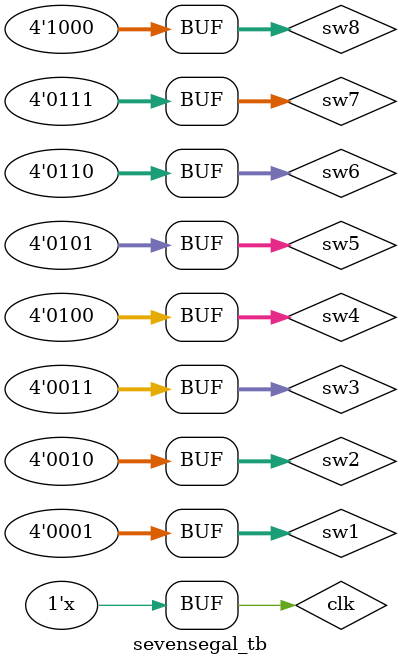
<source format=v>
module clockdivide(clk, nclk);
input clk;
output reg nclk;
reg [31:0]count=32'd0;
always@(posedge clk)
begin
count=count+1;
nclk=count[16];
end
endmodule

module refresh_counter(rclock,rcounter);
input rclock;
output reg[2:0]rcounter=3'b000;
always@(posedge rclock)
rcounter<=rcounter+1;
endmodule

module anode_control(rcounter,anode);
input [2:0]rcounter;
output reg [7:0]anode;
always@(rcounter)
begin
case(rcounter)
3'b000: anode=8'b11111110;
3'b001: anode=8'b11111101;
3'b010: anode=8'b11111011;
3'b011: anode=8'b11110111;
3'b100: anode=8'b11101111;
3'b101: anode=8'b11011111;
3'b110: anode=8'b10111111;
3'b111: anode=8'b01111111;
endcase
end
endmodule

module bcd_control(digit1,digit2,digit3,digit4,digit5,digit6,digit7,digit8,rcounter,bcd);
input [3:0]digit1,digit2,digit3,digit4,digit5,digit6,digit7,digit8;
input [2:0]rcounter;
output reg [3:0]bcd=4'b0000;
always@(rcounter,digit1,digit2,digit3,digit4,digit5,digit6,digit7,digit8)
begin
case(rcounter)
3'b000: bcd=digit1;
3'b001: bcd=digit2;
3'b010: bcd=digit3;
3'b011: bcd=digit4;
3'b100: bcd=digit5;
3'b101: bcd=digit6;
3'b110: bcd=digit7;
3'b111: bcd=digit8;
endcase
end
endmodule

module segment7(
     bcd,
     seg
    );
     
     //Declare inputs,outputs and internal variables.
     input [3:0] bcd;
     output [6:0] seg;
     reg [6:0] seg;

//always block for converting bcd digit into 7 segment format
    always @(bcd)
    begin
        case (bcd) //case statement
            0 : seg = 7'b1000000;
            1 : seg = 7'b1111001;
            2 : seg = 7'b0100100;
            3 : seg = 7'b0110000;
            4 : seg = 7'b0011001;
            5 : seg = 7'b0010010;
            6 : seg = 7'b0000010;
            7 : seg = 7'b1111000;
            8 : seg = 7'b0000000;
            9 : seg = 7'b0010000;
            //switch off 7 segment character when the bcd digit is not a decimal number.
            default : seg = 7'b1111111; 
        endcase
    end
    
endmodule

module sevensegall(sw1,sw2,sw3,sw4,sw5,sw6,sw7,sw8,clk,seg,anode);
input [3:0]sw1,sw2,sw3,sw4,sw5,sw6,sw7,sw8;
input clk;
output [6:0]seg;
output [7:0]anode;
wire nclk;
wire [2:0]rcounter;
wire [3:0]bcd;
clockdivide x1(clk, nclk);
refresh_counter x2(nclk,rcounter);
anode_control x3(rcounter,anode);
bcd_control x4(sw1,sw2,sw3,sw4,sw5,sw6,sw7,sw8,rcounter,bcd);
segment7 x5(bcd,seg);
endmodule

module sevensegal_tb;
reg [3:0]sw1,sw2,sw3,sw4,sw5,sw6,sw7,sw8;
reg clk;
wire [6:0]seg;
wire [7:0]anode;
sevensegall ss(sw1,sw2,sw3,sw4,sw5,sw6,sw7,sw8,clk,seg,anode);
always #5 clk=~clk;
initial
begin 
clk=0;
sw1=4'b0001;sw2=4'b0010;sw3=4'b0011;sw4=4'b0100;sw5=4'b0101;sw6=4'b0110;sw7=4'b0111;sw8=4'b1000;
end
endmodule
</source>
